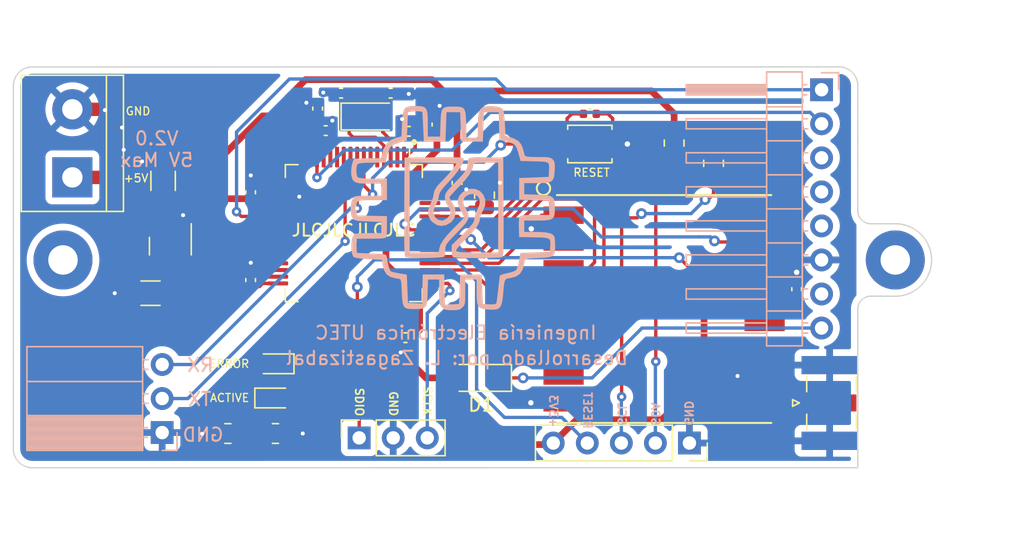
<source format=kicad_pcb>
(kicad_pcb (version 20211014) (generator pcbnew)
  (layers (0 "F.Cu" signal) (31 "B.Cu" power) (34 "B.Paste" user) (35 "F.Paste" user) (36 "B.SilkS" user "B.Silkscreen") (37 "F.SilkS" user "F.Silkscreen") (38 "B.Mask" user) (39 "F.Mask" user) (44 "Edge.Cuts" user))
  (net 0 "")
  (net 1 "+3V3")
  (net 2 "I2C1_SCL")
  (net 3 "GND")
  (net 4 "I2C1_SDA")
  (net 6 "NRST")
  (net 7 "+3.3VA")
  (net 8 "Net-(D1-Pad1)")
  (net 9 "Net-(D2-Pad1)")
  (net 10 "RESET_RFM9X")
  (net 12 "/ANT")
  (net 13 "BATT_IND")
  (net 14 "DIO0_RFM9X")
  (net 17 "V_REF_IN")
  (net 18 "GREEN_LED")
  (net 19 "V_REF_OUT")
  (net 20 "V_GAS")
  (net 21 "RED_LED")
  (net 23 "SWDIO")
  (net 24 "SWCLK")
  (net 28 "+5V")
  (net 33 "SPI3_NSS")
  (net 34 "SPI3_SCK")
  (net 35 "SPI3_MISO")
  (net 36 "SPI3_MOSI")
  (net 37 "LSE_IN")
  (net 38 "LSE_OUT")
  (net 39 "Net-(D3-Pad1)")
  (net 40 "LPUART1_TX")
  (net 41 "LPUART1_RX")
  (net 42 "BOOT0")
  (net 61 "RESET_SHT31")
  (footprint "TerminalBlock:TerminalBlock_bornier-2_P5.08mm" (layer "F.Cu") (at 48.2 92.14 90)
    (fp_text reference "J1" hide)
    (fp_text value "Input")
  )
  (footprint "Resistor_SMD:R_0805_2012Metric" (layer "F.Cu") (at 96.04 91.09 -90)
    (fp_text reference "R4" hide)
    (fp_text value "10k" hide)
  )
  (footprint "Capacitor_SMD:C_0402_1005Metric" (layer "F.Cu") (at 68.25 85.855 180)
    (fp_text reference "C13" hide)
    (fp_text value "13p")
  )
  (footprint "Capacitor_SMD:C_0402_1005Metric" (layer "F.Cu") (at 102.24 100.48 90)
    (fp_text reference "C14" hide)
    (fp_text value "100n")
  )
  (footprint "Diode_SMD:D_SOD-123" (layer "F.Cu") (at 78.71 107.1 180)
    (fp_text reference "D1")
    (fp_text value "Schottky SD103AW")
  )
  (footprint "Package_QFP:LQFP-64_10x10mm_P0.5mm" (layer "F.Cu") (at 69.2 96.3 -90)
    (fp_text reference "U1" hide)
    (fp_text value "STM32L431RCTx" hide)
  )
  (footprint "Capacitor_SMD:C_0402_1005Metric" (layer "F.Cu") (at 66.5 87 90)
    (fp_text reference "C10" hide)
    (fp_text value "1u")
  )
  (footprint "Capacitor_SMD:C_0402_1005Metric" (layer "F.Cu") (at 67.1 88.65)
    (fp_text reference "C11" hide)
    (fp_text value "10n")
  )
  (footprint "Capacitor_SMD:C_1206_3216Metric" (layer "F.Cu") (at 54.97 92.4 90)
    (fp_text reference "C1" hide)
    (fp_text value "4u7")
  )
  (footprint "MountingHole:MountingHole_2.2mm_M2_Pad" (layer "F.Cu") (at 109.6 98.3)
    (fp_text reference "H1" hide)
    (fp_text value "MountingHole" hide)
  )
  (footprint "Capacitor_SMD:C_0402_1005Metric" (layer "F.Cu") (at 76.9 92.55 -90)
    (fp_text reference "C8" hide)
    (fp_text value "100n")
  )
  (footprint "Capacitor_SMD:C_0402_1005Metric" (layer "F.Cu") (at 75.4 88.2 90)
    (fp_text reference "C3" hide)
    (fp_text value "1u")
  )
  (footprint "Capacitor_SMD:C_0402_1005Metric" (layer "F.Cu") (at 61.5 99.8 90)
    (fp_text reference "C6" hide)
    (fp_text value "100n")
  )
  (footprint "Inductor_SMD:L_0402_1005Metric" (layer "F.Cu") (at 64.75 87.55)
    (fp_text reference "L1" hide)
    (fp_text value "39n")
  )
  (footprint "Capacitor_SMD:C_1206_3216Metric" (layer "F.Cu") (at 54.03 100.78 180)
    (fp_text reference "C2" hide)
    (fp_text value "4u7")
  )
  (footprint "Button_Switch_SMD:SW_SPST_B3U-1000P" (layer "F.Cu") (at 86.81 89.65)
    (fp_text reference "SW1" hide)
    (fp_text value "SW_Push")
  )
  (footprint "Resistor_SMD:R_0805_2012Metric" (layer "F.Cu") (at 78.95 93.46 90)
    (fp_text reference "R1" hide)
    (fp_text value "10k")
  )
  (footprint "Resistor_SMD:R_0805_2012Metric" (layer "F.Cu") (at 63.35 111.25)
    (fp_text reference "R2" hide)
    (fp_text value "10k")
  )
  (footprint "Crystal:Q13FC1350000400" (layer "F.Cu") (at 70.05 84.7)
    (fp_text reference "Y1" hide)
    (fp_text value "Q-SC32S03210C5AAAF 32.768kHz")
  )
  (footprint "Resistor_SMD:R_0805_2012Metric" (layer "F.Cu") (at 59.8 111.25 180)
    (fp_text reference "R3" hide)
    (fp_text value "10k")
  )
  (footprint "Resistor_SMD:R_0805_2012Metric" (layer "F.Cu") (at 93.1 89.58 -90)
    (fp_text reference "R5" hide)
    (fp_text value "10k" hide)
  )
  (footprint "Capacitor_SMD:C_0402_1005Metric" (layer "F.Cu") (at 73.3 88.7 180)
    (fp_text reference "C4" hide)
    (fp_text value "100n")
  )
  (footprint "Package_TO_SOT_SMD:SOT-23" (layer "F.Cu") (at 55.51 97.27 -90)
    (fp_text reference "U3" hide)
    (fp_text value "HE9073A33MR")
  )
  (footprint "Connector_PinSocket_2.54mm:PinSocket_1x05_P2.54mm_Vertical" (layer "F.Cu") (at 94.24 111.96 -90)
    (fp_text reference "J4" hide)
    (fp_text value "Conn_01x05_Male")
  )
  (footprint "Capacitor_SMD:C_0402_1005Metric" (layer "F.Cu") (at 86.81 87.4)
    (fp_text reference "C9" hide)
    (fp_text value "100n")
  )
  (footprint "Capacitor_SMD:C_0402_1005Metric" (layer "F.Cu") (at 71.95 85.855)
    (fp_text reference "C12" hide)
    (fp_text value "13p")
  )
  (footprint "Capacitor_SMD:C_0402_1005Metric" (layer "F.Cu") (at 73.05 104.1 180)
    (fp_text reference "C7" hide)
    (fp_text value "100n")
  )
  (footprint "LoRa_RFM9x:RFM9X-SMD" (layer "F.Cu") (at 92.35 101.96)
    (fp_text reference "U2" hide)
    (fp_text value "RFM9X")
  )
  (footprint "Capacitor_SMD:C_0402_1005Metric" (layer "F.Cu") (at 61.5 93.25 90)
    (fp_text reference "C5" hide)
    (fp_text value "100n")
  )
  (footprint "MountingHole:MountingHole_2.2mm_M2_Pad" (layer "F.Cu") (at 47.5 98.3)
    (fp_text reference "H2" hide)
    (fp_text value "MountingHole" hide)
  )
  (footprint "LED_SMD:LED_0603_1608Metric" (layer "F.Cu") (at 63.3 108.6)
    (fp_text reference "D2" hide)
    (fp_text value "Green")
  )
  (footprint "LED_SMD:LED_0603_1608Metric" (layer "F.Cu") (at 63.25 106.05 180)
    (fp_text reference "D3" hide)
    (fp_text value "Red")
  )
  (footprint "Connector_PinSocket_2.54mm:PinSocket_1x03_P2.54mm_Vertical" (layer "F.Cu") (at 69.6 111.575 90)
    (fp_text reference "J2" hide)
    (fp_text value "Conn_01x03")
  )
  (footprint "Connector_Coaxial:SMA_Samtec_SMA-J-P-X-ST-EM1_EdgeMount" (layer "F.Cu") (at 104.7 108.97 90)
    (fp_text reference "J7" hide)
    (fp_text value "SMA")
  )
  (footprint "Symbol:electronica" (layer "B.Cu") (at 76.667211 93.837333 180)
    (fp_text reference "G***" hide)
    (fp_text value "LOGO" hide)
  )
  (footprint "Connector_PinSocket_2.54mm:PinSocket_1x03_P2.54mm_Horizontal" (layer "B.Cu") (at 54.9 111.18)
    (fp_text reference "J5" hide)
    (fp_text value "Conn_01x03_Female")
  )
  (footprint "Connector_PinHeader_2.54mm:PinHeader_1x08_P2.54mm_Horizontal" (layer "B.Cu") (at 104.1 85.6 180)
    (fp_text reference "J3" hide)
    (fp_text value "SPEC Sensor 968-001")
  )
  (gr_line (start 45.2 83.9) (end 105.40332 83.89668) (layer "Edge.Cuts") (width 0.1))
  (gr_arc (start 43.8 85.3) (mid 44.21102 84.31102) (end 45.2 83.9) (layer "Edge.Cuts") (width 0.1))
  (gr_line (start 106.80332 85.29668) (end 106.8 94.622183) (layer "Edge.Cuts") (width 0.1))
  (gr_arc (start 107.7 95.6) (mid 107.05925 95.286661) (end 106.8 94.622183) (layer "Edge.Cuts") (width 0.1))
  (gr_arc (start 105.40332 83.89668) (mid 106.3923 84.3077) (end 106.80332 85.29668) (layer "Edge.Cuts") (width 0.1))
  (gr_arc (start 106.8 101.9) (mid 107.113339 101.25925) (end 107.777817 101) (layer "Edge.Cuts") (width 0.1))
  (gr_arc (start 45.19668 113.80332) (mid 44.209051 113.390949) (end 43.79668 112.40332) (layer "Edge.Cuts") (width 0.1))
  (gr_line (start 43.8 85.3) (end 43.79668 112.40332) (layer "Edge.Cuts") (width 0.1))
  (gr_line (start 45.19668 113.80332) (end 106.8 113.8) (layer "Edge.Cuts") (width 0.1))
  (gr_line (start 107.7 95.6) (end 109.7 95.6) (layer "Edge.Cuts") (width 0.1))
  (gr_line (start 106.8 101.9) (end 106.8 113.8) (layer "Edge.Cuts") (width 0.1))
  (gr_arc (start 109.7 95.6) (mid 112.30416 98.352783) (end 109.6 101.007397) (layer "Edge.Cuts") (width 0.1))
  (gr_line (start 107.777817 101) (end 109.6 101.007397) (layer "Edge.Cuts") (width 0.1))
  (gr_text "SDA" (at 91.7 109.8 270) (layer "B.SilkS") (effects (font (size 0.6 0.6) (thickness 0.125)) (justify mirror)))
  (gr_text "+3V3" (at 84.09 109.58 270) (layer "B.SilkS") (effects (font (size 0.6 0.6) (thickness 0.125)) (justify mirror)))
  (gr_text "RESET" (at 86.64 109.53 270) (layer "B.SilkS") (effects (font (size 0.6 0.6) (thickness 0.125)) (justify mirror)))
  (gr_text "Desarrollado por: L. Zagastizabal" (at 76.89 105.62) (layer "B.SilkS") (effects (font (size 1 1)) (justify mirror)))
  (gr_text "V2.0\n5V Max" (at 54.49 90.04) (layer "B.SilkS") (effects (font (size 1 1)) (justify mirror)))
  (gr_text "GND" (at 94.19 109.73 270) (layer "B.SilkS") (effects (font (size 0.6 0.6) (thickness 0.125)) (justify mirror)))
  (gr_text "TX\n" (at 57.7 108.69) (layer "B.SilkS") (effects (font (size 1 1)) (justify mirror)))
  (gr_text "Ingeniería Electrónica UTEC" (at 76.81 103.73) (layer "B.SilkS") (effects (font (size 1 1)) (justify mirror)))
  (gr_text "RX\n" (at 57.75 106.14) (layer "B.SilkS") (effects (font (size 1 1)) (justify mirror)))
  (gr_text "GND" (at 57.95 111.34) (layer "B.SilkS") (effects (font (size 1 1)) (justify mirror)))
  (gr_text "SCL" (at 89.2 109.8 270) (layer "B.SilkS") (effects (font (size 0.6 0.6) (thickness 0.125)) (justify mirror)))
  (gr_text "+5V" (at 52.95 92.2) (layer "F.SilkS") (effects (font (size 0.6 0.6) (thickness 0.1))))
  (gr_text "." (at 73.7 88.9) (layer "F.SilkS") (effects (font (size 1.5 1.5) (thickness 0.3))))
  (gr_text "GND" (at 53.1 87.2) (layer "F.SilkS") (effects (font (size 0.6 0.6) (thickness 0.1))))
  (gr_text "RESET" (at 86.94 91.78) (layer "F.SilkS") (effects (font (size 0.6 0.6) (thickness 0.1))))
  (gr_text "ERROR" (at 59.9 106.05) (layer "F.SilkS") (effects (font (size 0.6 0.6) (thickness 0.1))))
  (gr_text "JLCJLCJLCJLC\n" (at 69.2 96.08) (layer "F.SilkS") (effects (font (size 0.9 0.9))))
  (gr_text "SCLK" (at 74.68 108.83 270) (layer "F.SilkS") (effects (font (size 0.6 0.6) (thickness 0.125))))
  (gr_text "GND" (at 72.15 109.025 270) (layer "F.SilkS") (effects (font (size 0.6 0.6) (thickness 0.125))))
  (gr_text "ACTIVE" (at 59.93 108.59) (layer "F.SilkS") (effects (font (size 0.6 0.6) (thickness 0.1))))
  (gr_text "SDIO" (at 69.61 108.9 270) (layer "F.SilkS") (effects (font (size 0.6 0.6) (thickness 0.125))))
  (segment (start 73.53 104.1) (end 74.11 103.52) (width 0.5) (layer "F.Cu") (net 1))
  (segment (start 76.9 88) (end 76.22 88.68) (width 0.5) (layer "F.Cu") (net 1))
  (segment (start 93.1 87.39) (end 93.1 88.6675) (width 0.5) (layer "F.Cu") (net 1))
  (segment (start 75.03 84.85) (end 72.9 84.85) (width 0.5) (layer "F.Cu") (net 1))
  (segment (start 75.4 88.68) (end 73.8 88.68) (width 0.5) (layer "F.Cu") (net 1))
  (segment (start 61.5 100.28) (end 57.76 100.28) (width 0.5) (layer "F.Cu") (net 1))
  (segment (start 63.525 100.05) (end 62.4 100.05) (width 0.25) (layer "F.Cu") (net 1))
  (segment (start 72.95 103.13) (end 73.53 103.71) (width 0.25) (layer "F.Cu") (net 1))
  (segment (start 75.4 90.12) (end 75.4 88.68) (width 0.5) (layer "F.Cu") (net 1))
  (segment (start 95.33 107.06) (end 92.17 110.22) (width 0.5) (layer "F.Cu") (net 1))
  (segment (start 58.23 99.81) (end 57.26 100.78) (width 0.5) (layer "F.Cu") (net 1))
  (segment (start 74.11 101.11) (end 71.6 98.6) (width 0.5) (layer "F.Cu") (net 1))
  (segment (start 74.875 92.55) (end 75.74 92.55) (width 0.25) (layer "F.Cu") (net 1))
  (segment (start 71.6 98.6) (end 71.6 93.92) (width 0.5) (layer "F.Cu") (net 1))
  (segment (start 62.17 100.28) (end 61.5 100.28) (width 0.25) (layer "F.Cu") (net 1))
  (segment (start 85.82 110.22) (end 84.08 111.96) (width 0.5) (layer "F.Cu") (net 1))
  (segment (start 75.74 92.55) (end 76.22 92.07) (width 0.25) (layer "F.Cu") (net 1))
  (segment (start 58.23 95.36) (end 58.23 99.81) (width 0.5) (layer "F.Cu") (net 1))
  (segment (start 62.4 100.05) (end 62.17 100.28) (width 0.25) (layer "F.Cu") (net 1))
  (segment (start 59.17 93.73) (end 58.23 94.67) (width 0.5) (layer "F.Cu") (net 1))
  (segment (start 76.9 88) (end 76.9 86.72) (width 0.5) (layer "F.Cu") (net 1))
  (segment (start 95.3675 90.1775) (end 96.04 90.1775) (width 0.5) (layer "F.Cu") (net 1))
  (segment (start 72.95 90.625) (end 73.075 90.625) (width 0.25) (layer "F.Cu") (net 1))
  (segment (start 76.9 86.72) (end 75.03 84.85) (width 0.5) (layer "F.Cu") (net 1))
  (segment (start 57.76 100.28) (end 57.26 100.78) (width 0.5) (layer "F.Cu") (net 1))
  (segment (start 74.58 107.1) (end 74.59 107.09) (width 0.5) (layer "F.Cu") (net 1))
  (segment (start 57.26 100.78) (end 55.505 100.78) (width 0.5) (layer "F.Cu") (net 1))
  (segment (start 58.23 94.67) (end 58.23 95.36) (width 0.25) (layer "F.Cu") (net 1))
  (segment (start 61.5 93.73) (end 59.17 93.73) (width 0.5) (layer "F.Cu") (net 1))
  (segment (start 73.78 89.92) (end 73.78 88.7) (width 0.25) (layer "F.Cu") (net 1))
  (segment (start 62.17 93.73) (end 61.5 93.73) (width 0.25) (layer "F.Cu") (net 1))
  (segment (start 73.53 104.1) (end 73.53 106.05) (width 0.5) (layer "F.Cu") (net 1))
  (segment (start 99.35 100.96) (end 96.01 100.96) (width 0.5) (layer "F.Cu") (net 1))
  (segment (start 72.9 84.85) (end 65.6 84.85) (width 0.5) (layer "F.Cu") (net 1))
  (segment (start 55.505 100.78) (end 55.505 98.2125) (width 0.5) (layer "F.Cu") (net 1))
  (segment (start 76.9 86.72) (end 77.93 85.69) (width 0.5) (layer "F.Cu") (net 1))
  (segment (start 80.035 112.075) (end 77.06 109.1) (width 0.5) (layer "F.Cu") (net 1))
  (segment (start 96.01 100.96) (end 95.33 101.64) (width 0.5) (layer "F.Cu") (net 1))
  (segment (start 74.59 107.09) (end 74.6 107.1) (width 0.5) (layer "F.Cu") (net 1))
  (segment (start 76.22 88.68) (end 75.4 88.68) (width 0.5) (layer "F.Cu") (net 1))
  (segment (start 63.525 93.55) (end 62.35 93.55) (width 0.25) (layer "F.Cu") (net 1))
  (segment (start 84.1 112.075) (end 80.035 112.075) (width 0.5) (layer "F.Cu") (net 1))
  (segment (start 77.06 109.1) (end 77.06 107.1) (width 0.5) (layer "F.Cu") (net 1))
  (segment (start 99.35 100.96) (end 102.24 100.96) (width 0.5) (layer "F.Cu") (net 1))
  (segment (start 73.53 106.05) (end 74.58 107.1) (width 0.5) (layer "F.Cu") (net 1))
  (segment (start 76.22 92.07) (end 76.9 92.07) (width 0.25) (layer "F.Cu") (net 1))
  (segment (start 73.53 103.71) (end 73.53 104.1) (width 0.25) (layer "F.Cu") (net 1))
  (segment (start 93.1 88.6675) (end 93.8575 88.6675) (width 0.5) (layer "F.Cu") (net 1))
  (segment (start 74.11 103.52) (end 74.11 101.11) (width 0.5) (layer "F.Cu") (net 1))
  (segment (start 64.265 87.55) (end 62.4 87.55) (width 0.5) (layer "F.Cu") (net 1))
  (segment (start 73.8 88.68) (end 73.78 88.7) (width 0.5) (layer "F.Cu") (net 1))
  (segment (start 64.265 86.185) (end 64.265 87.55) (width 0.5) (layer "F.Cu") (net 1))
  (segment (start 74.6 107.1) (end 77.06 107.1) (width 0.5) (layer "F.Cu") (net 1))
  (segment (start 65.6 84.85) (end 64.265 86.185) (width 0.5) (layer "F.Cu") (net 1))
  (segment (start 93.8575 88.6675) (end 95.3675 90.1775) (width 0.5) (layer "F.Cu") (net 1))
  (segment (start 72.95 101.975) (end 72.95 103.13) (width 0.25) (layer "F.Cu") (net 1))
  (segment (start 92.17 110.22) (end 85.82 110.22) (width 0.5) (layer "F.Cu") (net 1))
  (segment (start 58.23 91.72) (end 58.23 95.36) (width 0.5) (layer "F.Cu") (net 1))
  (segment (start 73.075 90.625) (end 73.78 89.92) (width 0.25) (layer "F.Cu") (net 1))
  (segment (start 76.9 92.07) (end 76.9 90.41) (width 0.5) (layer "F.Cu") (net 1))
  (segment (start 62.35 93.55) (end 62.17 93.73) (width 0.25) (layer "F.Cu") (net 1))
  (segment (start 76.9 90.41) (end 76.9 88) (width 0.5) (layer "F.Cu") (net 1))
  (segment (start 55.505 98.2125) (end 55.51 98.2075) (width 0.5) (layer "F.Cu") (net 1))
  (segment (start 62.4 87.55) (end 58.23 91.72) (width 0.5) (layer "F.Cu") (net 1))
  (segment (start 77.93 85.69) (end 91.4 85.69) (width 0.5) (layer "F.Cu") (net 1))
  (segment (start 71.6 93.92) (end 75.4 90.12) (width 0.5) (layer "F.Cu") (net 1))
  (segment (start 95.33 101.64) (end 95.33 107.06) (width 0.5) (layer "F.Cu") (net 1))
  (segment (start 91.4 85.69) (end 93.1 87.39) (width 0.5) (layer "F.Cu") (net 1))
  (segment (start 79.78 95.8) (end 82.98 92.6) (width 0.25) (layer "F.Cu") (net 2))
  (segment (start 90.34 95.16) (end 90.66 94.84) (width 0.25) (layer "F.Cu") (net 2))
  (segment (start 95.41 93.8) (end 95.62 93.8) (width 0.25) (layer "F.Cu") (net 2))
  (segment (start 89.18 95.16) (end 89.18 108.51) (width 0.25) (layer "F.Cu") (net 2))
  (segment (start 89.18 93.39) (end 89.18 95.16) (width 0.25) (layer "F.Cu") (net 2))
  (segment (start 82.98 92.6) (end 88.39 92.6) (width 0.25) (layer "F.Cu") (net 2))
  (segment (start 88.39 92.6) (end 88.5 92.71) (width 0.25) (layer "F.Cu") (net 2))
  (segment (start 88.5 92.71) (end 89.18 93.39) (width 0.25) (layer "F.Cu") (net 2))
  (segment (start 76.98 95.8) (end 79.78 95.8) (width 0.25) (layer "F.Cu") (net 2))
  (segment (start 89.18 95.16) (end 90.34 95.16) (width 0.25) (layer "F.Cu") (net 2))
  (segment (start 74.875 95.55) (end 76.73 95.55) (width 0.25) (layer "F.Cu") (net 2))
  (segment (start 96.04 93.38) (end 96.04 92.0025) (width 0.25) (layer "F.Cu") (net 2))
  (segment (start 95.62 93.8) (end 96.04 93.38) (width 0.25) (layer "F.Cu") (net 2))
  (segment (start 76.73 95.55) (end 76.98 95.8) (width 0.25) (layer "F.Cu") (net 2))
  (via (at 89.18 108.51) (size 0.7) (drill 0.3) (layers "F.Cu" "B.Cu") (net 2))
  (via (at 90.66 94.84) (size 0.8) (drill 0.4) (layers "F.Cu" "B.Cu") (net 2))
  (via (at 95.41 93.8) (size 0.8) (drill 0.4) (layers "F.Cu" "B.Cu") (net 2))
  (segment (start 94.37 94.84) (end 95.41 93.8) (width 0.25) (layer "B.Cu") (net 2))
  (segment (start 89.16 108.53) (end 89.18 108.51) (width 0.25) (layer "B.Cu") (net 2))
  (segment (start 90.66 94.84) (end 94.37 94.84) (width 0.25) (layer "B.Cu") (net 2))
  (segment (start 89.16 111.96) (end 89.16 108.53) (width 0.25) (layer "B.Cu") (net 2))
  (segment (start 97.83 106.96) (end 99.35 106.96) (width 0.25) (layer "F.Cu") (net 3))
  (segment (start 77.59 93.03) (end 76.9 93.03) (width 0.25) (layer "F.Cu") (net 3))
  (segment (start 67.45 89.4) (end 67.58 89.27) (width 0.25) (layer "F.Cu") (net 3))
  (segment (start 72.57 105.07) (end 72.7 105.2) (width 0.25) (layer "F.Cu") (net 3))
  (segment (start 78.9575 92.54) (end 78.95 92.5475) (width 0.25) (layer "F.Cu") (net 3))
  (segment (start 64.6 93.05) (end 65.15 93.6) (width 0.25) (layer "F.Cu") (net 3))
  (segment (start 82.41 108.96) (end 85.35 108.96) (width 0.25) (layer "F.Cu") (net 3))
  (segment (start 62.35 99.55) (end 62.12 99.32) (width 0.25) (layer "F.Cu") (net 3))
  (segment (start 72.43 85.855) (end 73.255 85.855) (width 0.25) (layer "F.Cu") (net 3))
  (segment (start 72.45 103.265704) (end 72.57 103.385704) (width 0.25) (layer "F.Cu") (net 3))
  (segment (start 66.955 85.855) (end 66.9 85.8) (width 0.25) (layer "F.Cu") (net 3))
  (segment (start 80.1 92.54) (end 78.9575 92.54) (width 0.25) (layer "F.Cu") (net 3))
  (segment (start 50.66 87.06) (end 51.95 88.35) (width 1) (layer "F.Cu") (net 3))
  (segment (start 65.68 86.52) (end 65.65 86.55) (width 0.25) (layer "F.Cu") (net 3))
  (segment (start 62.4 93.05) (end 62.12 92.77) (width 0.25) (layer "F.Cu") (net 3))
  (segment (start 51.36 100.78) (end 52.555 100.78) (width 0.25) (layer "F.Cu") (net 3))
  (segment (start 88.51 87.75) (end 88.51 89.65) (width 0.25) (layer "F.Cu") (net 3))
  (segment (start 48.2 87.06) (end 50.66 87.06) (width 1) (layer "F.Cu") (net 3))
  (segment (start 102.24 99.22) (end 102.24 100) (width 0.25) (layer "F.Cu") (net 3))
  (segment (start 75.4 87.72) (end 75.4 87) (width 0.25) (layer "F.Cu") (net 3))
  (segment (start 63.525 93.05) (end 62.4 93.05) (width 0.25) (layer "F.Cu") (net 3))
  (segment (start 74.875 93.05) (end 76.88 93.05) (width 0.25) (layer "F.Cu") (net 3))
  (segment (start 51.95 88.35) (end 51.95 90.05) (width 1) (layer "F.Cu") (net 3))
  (segment (start 62.12 99.32) (end 61.5 99.32) (width 0.25) (layer "F.Cu") (net 3))
  (segment (start 67.58 87.92) (end 67.6 87.9) (width 0.25) (layer "F.Cu") (net 3))
  (segment (start 82.44 95.74) (end 83.22 94.96) (width 0.25) (layer "F.Cu") (net 3))
  (segment (start 72.82 87.82) (end 72.8 87.8) (width 0.25) (layer "F.Cu") (net 3))
  (segment (start 72.57 103.385704) (end 72.57 104.1) (width 0.25) (layer "F.Cu") (net 3))
  (segment (start 67.58 88.65) (end 67.58 87.92) (width 0.25) (layer "F.Cu") (net 3))
  (segment (start 67.45 90.625) (end 67.45 89.4) (width 0.25) (layer "F.Cu") (net 3))
  (segment (start 51.95 90.05) (end 52.595 90.695) (width 1) (layer "F.Cu") (net 3))
  (segment (start 67.58 89.27) (end 67.58 88.65) (width 0.25) (layer "F.Cu") (net 3))
  (segment (start 88.16 87.4) (end 88.51 87.75) (width 0.25) (layer "F.Cu") (net 3))
  (segment (start 66.5 86.52) (end 65.68 86.52) (width 0.25) (layer "F.Cu") (net 3))
  (segment (start 87.29 87.4) (end 88.16 87.4) (width 0.25) (layer "F.Cu") (net 3))
  (segment (start 64.175 111.25) (end 65.35 111.25) (width 0.25) (layer "F.Cu") (net 3))
  (segment (start 63.525 99.55) (end 62.35 99.55) (width 0.25) (layer "F.Cu") (net 3))
  (segment (start 83.22 94.96) (end 85.35 94.96) (width 0.25) (layer "F.Cu") (net 3))
  (segment (start 52.595 90.695) (end 52.825 90.925) (width 1) (layer "F.Cu") (net 3))
  (segment (start 72.57 104.1) (end 72.57 105.07) (width 0.25) (layer "F.Cu") (net 3))
  (segment (start 72.82 88.7) (end 72.82 87.82) (width 0.25) (layer "F.Cu") (net 3))
  (segment (start 73.255 85.855) (end 73.3 85.9) (width 0.25) (layer "F.Cu") (net 3))
  (segment (start 58.975 111.25) (end 57.85 111.25) (width 0.25) (layer "F.Cu") (net 3))
  (segment (start 52.825 90.925) (end 55.3 90.925) (width 1) (layer "F.Cu") (net 3))
  (segment (start 82.44 95.98) (end 82.44 95.74) (width 0.25) (layer "F.Cu") (net 3))
  (segment (start 88.51 89.65) (end 89.61 89.65) (width 0.25) (layer "F.Cu") (net 3))
  (segment (start 67.77 85.855) (end 66.955 85.855) (width 0.25) (layer "F.Cu") (net 3))
  (segment (start 62.12 92.77) (end 61.5 92.77) (width 0.25) (layer "F.Cu") (net 3))
  (segment (start 75.4 87) (end 75.6 86.8) (width 0.25) (layer "F.Cu") (net 3))
  (segment (start 72.45 101.975) (end 72.45 103.265704) (width 0.25) (layer "F.Cu") (net 3))
  (segment (start 56.46 96.3325) (end 56.46 94.96) (width 0.25) (layer "F.Cu") (net 3))
  (segment (start 61.5 92.77) (end 61.5 92) (width 0.25) (layer "F.Cu") (net 3))
  (segment (start 63.525 93.05) (end 64.6 93.05) (width 0.25) (layer "F.Cu") (net 3))
  (segment (start 61.5 99.32) (end 61.5 98.5) (width 0.25) (layer "F.Cu") (net 3))
  (via (at 89.61 89.65) (size 0.9) (drill 0.4) (layers "F.Cu" "B.Cu") (net 3))
  (via (at 61.51 98.51) (size 0.7) (drill 0.3) (layers "F.Cu" "B.Cu") (net 3))
  (via (at 66.92 85.81) (size 0.7) (drill 0.3) (layers "F.Cu" "B.Cu") (net 3))
  (via (at 73.3 85.91) (size 0.7) (drill 0.3) (layers "F.Cu" "B.Cu") (net 3))
  (via (at 82.44 95.98) (size 0.9) (drill 0.4) (layers "F.Cu" "B.Cu") (net 3))
  (via (at 80.1 92.54) (size 0.7) (drill 0.3) (layers "F.Cu" "B.Cu") (net 3))
  (via (at 53.4 90.95) (size 0.7) (drill 0.3) (layers "F.Cu" "B.Cu") (net 3))
  (via (at 57.88 111.27) (size 0.7) (drill 0.3) (layers "F.Cu" "B.Cu") (net 3))
  (via (at 67.6 87.9) (size 0.7) (drill 0.3) (layers "F.Cu" "B.Cu") (net 3))
  (via (at 56.46 94.96) (size 0.7) (drill 0.3) (layers "F.Cu" "B.Cu") (net 3))
  (via (at 82.41 108.96) (size 0.9) (drill 0.4) (layers "F.Cu" "B.Cu") (net 3))
  (via (at 65.66 86.57) (size 0.7) (drill 0.3) (layers "F.Cu" "B.Cu") (net 3))
  (via (at 77.59 93.03) (size 0.7) (drill 0.3) (layers "F.Cu" "B.Cu") (net 3))
  (via (at 75.6 86.8) (size 0.7) (drill 0.3) (layers "F.Cu" "B.Cu") (net 3))
  (via (at 72.7 105.2) (size 0.7) (drill 0.3) (layers "F.Cu" "B.Cu") (net 3))
  (via (at 52.03 90.08) (size 0.7) (drill 0.3) (layers "F.Cu" "B.Cu") (net 3))
  (via (at 51.36 100.78) (size 0.7) (drill 0.3) (layers "F.Cu" "B.Cu") (net 3))
  (via (at 72.8 87.79) (size 0.7) (drill 0.3) (layers "F.Cu" "B.Cu") (net 3))
  (via (at 102.24 99.22) (size 0.9) (drill 0.4) (layers "F.Cu" "B.Cu") (net 3))
  (via (at 65.13 93.58) (size 0.7) (drill 0.3) (layers "F.Cu" "B.Cu") (net 3))
  (via (at 50.63 87.12) (size 0.7) (drill 0.3) (layers "F.Cu" "B.Cu") (net 3))
  (via (at 61.51 91.99) (size 0.7) (drill 0.3) (layers "F.Cu" "B.Cu") (net 3))
  (via (at 65.39 111.25) (size 0.7) (drill 0.3) (layers "F.Cu" "B.Cu") (net 3))
  (via (at 97.83 106.96) (size 0.7) (drill 0.3) (layers "F.Cu" "B.Cu") (net 3))
  (via (at 51.9 88.42) (size 0.7) (drill 0.3) (layers "F.Cu" "B.Cu") (net 3))
  (segment (start 77.24 95.35) (end 79.59 95.35) (width 0.25) (layer "F.Cu") (net 4))
  (segment (start 93.1 91.24) (end 93.1 90.4925) (width 0.25) (layer "F.Cu") (net 4))
  (segment (start 76.94 95.05) (end 77.24 95.35) (width 0.25) (layer "F.Cu") (net 4))
  (segment (start 82.81 92.13) (end 90.8 92.13) (width 0.25) (layer "F.Cu") (net 4))
  (segment (start 90.8 92.13) (end 92.21 92.13) (width 0.25) (layer "F.Cu") (net 4))
  (segment (start 91.73 93.06) (end 91.73 105.88) (width 0.25) (layer "F.Cu") (net 4))
  (segment (start 90.8 92.13) (end 91.73 93.06) (width 0.25) (layer "F.Cu") (net 4))
  (segment (start 74.875 95.05) (end 76.94 95.05) (width 0.25) (layer "F.Cu") (net 4))
  (segment (start 92.21 92.13) (end 93.1 91.24) (width 0.25) (layer "F.Cu") (net 4))
  (segment (start 79.59 95.35) (end 82.81 92.13) (width 0.25) (layer "F.Cu") (net 4))
  (via (at 91.73 105.88) (size 0.7) (drill 0.3) (layers "F.Cu" "B.Cu") (net 4))
  (segment (start 91.7 105.91) (end 91.73 105.88) (width 0.25) (layer "B.Cu") (net 4))
  (segment (start 91.7 111.96) (end 91.7 105.91) (width 0.25) (layer "B.Cu") (net 4))
  (segment (start 85.46 87.4) (end 85.11 87.75) (width 0.25) (layer "F.Cu") (net 6))
  (segment (start 80.16 89.74) (end 80.25 89.65) (width 0.25) (layer "F.Cu") (net 6))
  (segment (start 69.95 90.625) (end 69.95 92.75) (width 0.25) (layer "F.Cu") (net 6))
  (segment (start 86.33 87.4) (end 85.46 87.4) (width 0.25) (layer "F.Cu") (net 6))
  (segment (start 80.25 89.65) (end 85.11 89.65) (width 0.25) (layer "F.Cu") (net 6))
  (segment (start 85.11 87.75) (end 85.11 89.65) (width 0.25) (layer "F.Cu") (net 6))
  (segment (start 69.95 92.75) (end 70.6 93.4) (width 0.25) (layer "F.Cu") (net 6))
  (via (at 70.6 93.4) (size 0.7) (drill 0.3) (layers "F.Cu" "B.Cu") (net 6))
  (via (at 80.16 89.74) (size 0.8) (drill 0.4) (layers "F.Cu" "B.Cu") (net 6))
  (segment (start 78.9 91) (end 80.16 89.74) (width 0.25) (layer "B.Cu") (net 6))
  (segment (start 70.6 93.4) (end 70.6 92.2) (width 0.25) (layer "B.Cu") (net 6))
  (segment (start 71.65 91.15) (end 71.8 91) (width 0.25) (layer "B.Cu") (net 6))
  (segment (start 71.8 91) (end 76.6 91) (width 0.25) (layer "B.Cu") (net 6))
  (segment (start 76.6 91) (end 78.9 91) (width 0.25) (layer "B.Cu") (net 6))
  (segment (start 70.6 92.2) (end 71.65 91.15) (width 0.25) (layer "B.Cu") (net 6))
  (segment (start 66.5 88) (end 66.5 87.48) (width 0.25) (layer "F.Cu") (net 7))
  (segment (start 65.92 87.48) (end 65.85 87.55) (width 0.25) (layer "F.Cu") (net 7))
  (segment (start 66.62 88.12) (end 66.5 88) (width 0.25) (layer "F.Cu") (net 7))
  (segment (start 66.95 90.625) (end 66.95 89.6) (width 0.25) (layer "F.Cu") (net 7))
  (segment (start 65.85 87.55) (end 65.235 87.55) (width 0.25) (layer "F.Cu") (net 7))
  (segment (start 66.95 89.6) (end 66.62 89.27) (width 0.25) (layer "F.Cu") (net 7))
  (segment (start 66.62 88.65) (end 66.62 88.12) (width 0.25) (layer "F.Cu") (net 7))
  (segment (start 66.5 87.48) (end 65.92 87.48) (width 0.25) (layer "F.Cu") (net 7))
  (segment (start 66.62 89.27) (end 66.62 88.65) (width 0.25) (layer "F.Cu") (net 7))
  (segment (start 80.36 107.1) (end 81.83 107.1) (width 0.25) (layer "F.Cu") (net 8))
  (via (at 81.83 107.1) (size 0.8) (drill 0.4) (layers "F.Cu" "B.Cu") (net 8))
  (segment (start 90.7 103.38) (end 104.1 103.38) (width 0.25) (layer "B.Cu") (net 8))
  (segment (start 81.83 107.1) (end 86.98 107.1) (width 0.25) (layer "B.Cu") (net 8))
  (segment (start 86.98 107.1) (end 90.7 103.38) (width 0.25) (layer "B.Cu") (net 8))
  (segment (start 62.5125 109.3475) (end 62.5125 108.6) (width 0.25) (layer "F.Cu") (net 9))
  (segment (start 62.4375 109.4225) (end 62.5125 109.3475) (width 0.25) (layer "F.Cu") (net 9))
  (segment (start 62.4375 111.25) (end 62.4375 109.4225) (width 0.25) (layer "F.Cu") (net 9))
  (segment (start 78.45 99.55) (end 80.5 101.6) (width 0.25) (layer "F.Cu") (net 10))
  (segment (start 80.5 101.6) (end 80.5 104.21) (width 0.25) (layer "F.Cu") (net 10))
  (segment (start 74.875 99.55) (end 78.45 99.55) (width 0.25) (layer "F.Cu") (net 10))
  (segment (start 81.25 104.96) (end 85.35 104.96) (width 0.25) (layer "F.Cu") (net 10))
  (segment (start 80.5 104.21) (end 81.25 104.96) (width 0.25) (layer "F.Cu") (net 10))
  (segment (start 99.35 108.96) (end 99.36 108.97) (width 0.25) (layer "F.Cu") (net 12))
  (segment (start 99.36 108.97) (end 104.9 108.97) (width 1.2) (layer "F.Cu") (net 12))
  (segment (start 73.43 96.05) (end 73 95.62) (width 0.25) (layer "F.Cu") (net 13))
  (segment (start 74.875 96.05) (end 73.43 96.05) (width 0.25) (layer "F.Cu") (net 13))
  (segment (start 96.19 96.96) (end 99.35 96.96) (width 0.25) (layer "F.Cu") (net 13))
  (segment (start 96.11 96.88) (end 96.19 96.96) (width 0.25) (layer "F.Cu") (net 13))
  (via (at 96.11 96.88) (size 0.8) (drill 0.4) (layers "F.Cu" "B.Cu") (net 13))
  (via (at 73 95.62) (size 0.8) (drill 0.4) (layers "F.Cu" "B.Cu") (net 13))
  (segment (start 87.66 96.58) (end 94.94 96.58) (width 0.25) (layer "B.Cu") (net 13))
  (segment (start 85.57 94.49) (end 87.25 96.17) (width 0.25) (layer "B.Cu") (net 13))
  (segment (start 95.81 96.58) (end 96.11 96.88) (width 0.25) (layer "B.Cu") (net 13))
  (segment (start 83.84 94.49) (end 85.57 94.49) (width 0.25) (layer "B.Cu") (net 13))
  (segment (start 87.25 96.17) (end 87.66 96.58) (width 0.25) (layer "B.Cu") (net 13))
  (segment (start 73 95.62) (end 74.13 94.49) (width 0.25) (layer "B.Cu") (net 13))
  (segment (start 94.94 96.58) (end 95.81 96.58) (width 0.25) (layer "B.Cu") (net 13))
  (segment (start 74.13 94.49) (end 83.84 94.49) (width 0.25) (layer "B.Cu") (net 13))
  (segment (start 94.31 98.96) (end 93.48 98.13) (width 0.25) (layer "F.Cu") (net 14))
  (segment (start 77.92 96.77) (end 77.7 96.55) (width 0.25) (layer "F.Cu") (net 14))
  (segment (start 99.35 98.96) (end 94.31 98.96) (width 0.25) (layer "F.Cu") (net 14))
  (segment (start 77.7 96.55) (end 74.875 96.55) (width 0.25) (layer "F.Cu") (net 14))
  (via (at 77.92 96.77) (size 0.8) (drill 0.4) (layers "F.Cu" "B.Cu") (net 14))
  (via (at 93.48 98.13) (size 0.8) (drill 0.4) (layers "F.Cu" "B.Cu") (net 14))
  (segment (start 79.28 98.13) (end 77.92 96.77) (width 0.25) (layer "B.Cu") (net 14))
  (segment (start 93.48 98.13) (end 79.28 98.13) (width 0.25) (layer "B.Cu") (net 14))
  (segment (start 66.45 92.15) (end 66.45 90.625) (width 0.25) (layer "F.Cu") (net 17))
  (via (at 66.45 92.15) (size 0.7) (drill 0.3) (layers "F.Cu" "B.Cu") (net 17))
  (segment (start 68.5 90.1) (end 66.45 92.15) (width 0.25) (layer "B.Cu") (net 17))
  (segment (start 104.1 88.14) (end 103.25 87.29) (width 0.25) (layer "B.Cu") (net 17))
  (segment (start 79.36 87.29) (end 76.55 90.1) (width 0.25) (layer "B.Cu") (net 17))
  (segment (start 103.25 87.29) (end 79.36 87.29) (width 0.25) (layer "B.Cu") (net 17))
  (segment (start 76.55 90.1) (end 68.5 90.1) (width 0.25) (layer "B.Cu") (net 17))
  (segment (start 67.95 101.975) (end 67.95 106.05) (width 0.25) (layer "F.Cu") (net 18))
  (segment (start 64.8 107.3) (end 64.0875 108.0125) (width 0.25) (layer "F.Cu") (net 18))
  (segment (start 67.95 106.05) (end 66.7 107.3) (width 0.25) (layer "F.Cu") (net 18))
  (segment (start 64.0875 108.0125) (end 64.0875 108.6) (width 0.25) (layer "F.Cu") (net 18))
  (segment (start 66.7 107.3) (end 64.8 107.3) (width 0.25) (layer "F.Cu") (net 18))
  (segment (start 65.95 93.15) (end 65.95 95.2) (width 0.25) (layer "F.Cu") (net 19))
  (segment (start 65.35 92.55) (end 65.95 93.15) (width 0.25) (layer "F.Cu") (net 19))
  (segment (start 65.6 95.55) (end 63.525 95.55) (width 0.25) (layer "F.Cu") (net 19))
  (segment (start 65.95 95.2) (end 65.6 95.55) (width 0.25) (layer "F.Cu") (net 19))
  (segment (start 63.525 92.55) (end 65.35 92.55) (width 0.25) (layer "F.Cu") (net 19))
  (segment (start 60.8 95.05) (end 63.525 95.05) (width 0.25) (layer "F.Cu") (net 20))
  (segment (start 60.45 94.7) (end 60.8 95.05) (width 0.25) (layer "F.Cu") (net 20))
  (via (at 60.45 94.7) (size 0.7) (drill 0.3) (layers "F.Cu" "B.Cu") (net 20))
  (segment (start 60.45 94.7) (end 60.45 88.75) (width 0.25) (layer "B.Cu") (net 20))
  (segment (start 64.4 84.8) (end 60.45 88.75) (width 0.25) (layer "B.Cu") (net 20))
  (segment (start 80.6 85.6) (end 79.8 84.8) (width 0.25) (layer "B.Cu") (net 20))
  (segment (start 79.8 84.8) (end 64.4 84.8) (width 0.25) (layer "B.Cu") (net 20))
  (segment (start 104.1 85.6) (end 80.6 85.6) (width 0.25) (layer "B.Cu") (net 20))
  (segment (start 62.4625 104.3375) (end 62.4625 106.05) (width 0.25) (layer "F.Cu") (net 21))
  (segment (start 67.45 103.4) (end 66.95 103.9) (width 0.25) (layer "F.Cu") (net 21))
  (segment (start 62.9 103.9) (end 62.4625 104.3375) (width 0.25) (layer "F.Cu") (net 21))
  (segment (start 67.45 101.975) (end 67.45 103.4) (width 0.25) (layer "F.Cu") (net 21))
  (segment (start 66.95 103.9) (end 62.9 103.9) (width 0.25) (layer "F.Cu") (net 21))
  (segment (start 69.6 107.7) (end 69.6 111.575) (width 0.25) (layer "F.Cu") (net 23))
  (segment (start 71.95 105.35) (end 69.6 107.7) (width 0.25) (layer "F.Cu") (net 23))
  (segment (start 71.95 101.975) (end 71.95 105.35) (width 0.25) (layer "F.Cu") (net 23))
  (segment (start 76.22 100.05) (end 74.875 100.05) (width 0.25) (layer "F.Cu") (net 24))
  (segment (start 76.37 100.2) (end 76.22 100.05) (width 0.25) (layer "F.Cu") (net 24))
  (segment (start 76.37 100.59) (end 76.37 100.2) (width 0.25) (layer "F.Cu") (net 24))
  (via (at 76.37 100.59) (size 0.7) (drill 0.3) (layers "F.Cu" "B.Cu") (net 24))
  (segment (start 74.68 111.575) (end 74.68 102.28) (width 0.25) (layer "B.Cu") (net 24))
  (segment (start 74.68 102.28) (end 76.37 100.59) (width 0.25) (layer "B.Cu") (net 24))
  (segment (start 50.44 92.14) (end 52.175 93.875) (width 1) (layer "F.Cu") (net 28))
  (segment (start 54.97 94.59) (end 54.56 95) (width 1) (layer "F.Cu") (net 28))
  (segment (start 54.56 95) (end 54.56 96.3325) (width 1) (layer "F.Cu") (net 28))
  (segment (start 54.97 93.875) (end 54.97 94.59) (width 1) (layer "F.Cu") (net 28))
  (segment (start 52.175 93.875) (end 54.97 93.875) (width 1) (layer "F.Cu") (net 28))
  (segment (start 48.2 92.14) (end 50.44 92.14) (width 1) (layer "F.Cu") (net 28))
  (segment (start 74.875 97.55) (end 78.7 97.55) (width 0.25) (layer "F.Cu") (net 33))
  (segment (start 78.7 97.55) (end 83.03 93.22) (width 0.25) (layer "F.Cu") (net 33))
  (segment (start 87.86 102.51) (end 87.41 102.96) (width 0.25) (layer "F.Cu") (net 33))
  (segment (start 87.86 93.93) (end 87.86 102.51) (width 0.25) (layer "F.Cu") (net 33))
  (segment (start 87.41 102.96) (end 85.35 102.96) (width 0.25) (layer "F.Cu") (net 33))
  (segment (start 83.03 93.22) (end 87.15 93.22) (width 0.25) (layer "F.Cu") (net 33))
  (segment (start 87.15 93.22) (end 87.86 93.93) (width 0.25) (layer "F.Cu") (net 33))
  (segment (start 79.61 99.05) (end 81.52 100.96) (width 0.25) (layer "F.Cu") (net 34))
  (segment (start 81.52 100.96) (end 85.35 100.96) (width 0.25) (layer "F.Cu") (net 34))
  (segment (start 74.875 99.05) (end 79.61 99.05) (width 0.25) (layer "F.Cu") (net 34))
  (segment (start 81.62 96.96) (end 85.35 96.96) (width 0.25) (layer "F.Cu") (net 35))
  (segment (start 74.875 98.55) (end 80.03 98.55) (width 0.25) (layer "F.Cu") (net 35))
  (segment (start 80.03 98.55) (end 81.62 96.96) (width 0.25) (layer "F.Cu") (net 35))
  (segment (start 86.68 98.96) (end 85.35 98.96) (width 0.25) (layer "F.Cu") (net 36))
  (segment (start 74.875 98.05) (end 78.95 98.05) (width 0.25) (layer "F.Cu") (net 36))
  (segment (start 78.95 98.05) (end 83.24 93.76) (width 0.25) (layer "F.Cu") (net 36))
  (segment (start 83.24 93.76) (end 86.52 93.76) (width 0.25) (layer "F.Cu") (net 36))
  (segment (start 87.16 94.4) (end 87.16 98.48) (width 0.25) (layer "F.Cu") (net 36))
  (segment (start 87.16 98.48) (end 86.68 98.96) (width 0.25) (layer "F.Cu") (net 36))
  (segment (start 86.52 93.76) (end 87.16 94.4) (width 0.25) (layer "F.Cu") (net 36))
  (segment (start 71.95 89.35) (end 71.35 88.75) (width 0.25) (layer "F.Cu") (net 37))
  (segment (start 71.35 88.75) (end 71.35 87.6) (width 0.25) (layer "F.Cu") (net 37))
  (segment (start 71.95 90.625) (end 71.95 89.35) (width 0.25) (layer "F.Cu") (net 37))
  (segment (start 71.35 87.6) (end 71.35 86.45) (width 0.25) (layer "F.Cu") (net 37))
  (segment (start 71.47 86.33) (end 71.47 85.855) (width 0.25) (layer "F.Cu") (net 37))
  (segment (start 71.35 86.45) (end 71.47 86.33) (width 0.25) (layer "F.Cu") (net 37))
  (segment (start 71.45 89.784994) (end 70.815006 89.15) (width 0.25) (layer "F.Cu") (net 38))
  (segment (start 68.85 88.85) (end 68.85 87.6) (width 0.25) (layer "F.Cu") (net 38))
  (segment (start 68.85 87.6) (end 68.85 86.45) (width 0.25) (layer "F.Cu") (net 38))
  (segment (start 71.45 90.625) (end 71.45 89.784994) (width 0.25) (layer "F.Cu") (net 38))
  (segment (start 68.85 86.45) (end 68.73 86.33) (width 0.25) (layer "F.Cu") (net 38))
  (segment (start 69.15 89.15) (end 68.85 88.85) (width 0.25) (layer "F.Cu") (net 38))
  (segment (start 68.73 86.33) (end 68.73 85.855) (width 0.25) (layer "F.Cu") (net 38))
  (segment (start 70.815006 89.15) (end 69.15 89.15) (width 0.25) (layer "F.Cu") (net 38))
  (segment (start 63.65 107.3) (end 61.6 107.3) (width 0.25) (layer "F.Cu") (net 39))
  (segment (start 60.7125 111.25) (end 60.7125 108.1875) (width 0.25) (layer "F.Cu") (net 39))
  (segment (start 64.0375 106.9125) (end 63.65 107.3) (width 0.25) (layer "F.Cu") (net 39))
  (segment (start 60.7125 108.1875) (end 61.6 107.3) (width 0.25) (layer "F.Cu") (net 39))
  (segment (start 64.0375 106.05) (end 64.0375 106.9125) (width 0.25) (layer "F.Cu") (net 39))
  (segment (start 68.95 93.35) (end 68.95 90.625) (width 0.25) (layer "F.Cu") (net 40))
  (segment (start 68.55 96.9) (end 68.55 93.75) (width 0.25) (layer "F.Cu") (net 40))
  (segment (start 68.55 93.75) (end 68.95 93.35) (width 0.25) (layer "F.Cu") (net 40))
  (via (at 68.55 96.9) (size 0.7) (drill 0.3) (layers "F.Cu" "B.Cu") (net 40))
  (segment (start 54.9 108.64) (end 56.81 108.64) (width 0.25) (layer "B.Cu") (net 40))
  (segment (start 56.81 108.64) (end 68.55 96.9) (width 0.25) (layer "B.Cu") (net 40))
  (segment (start 69.45 94.45) (end 69.45 90.625) (width 0.25) (layer "F.Cu") (net 41))
  (via (at 69.45 94.45) (size 0.7) (drill 0.3) (layers "F.Cu" "B.Cu") (net 41))
  (segment (start 57.3 106.1) (end 68.95 94.45) (width 0.25) (layer "B.Cu") (net 41))
  (segment (start 54.9 106.1) (end 57.3 106.1) (width 0.25) (layer "B.Cu") (net 41))
  (segment (start 68.95 94.45) (end 69.45 94.45) (width 0.25) (layer "B.Cu") (net 41))
  (segment (start 77.8775 94.3725) (end 78.95 94.3725) (width 0.25) (layer "F.Cu") (net 42))
  (segment (start 77.7 94.55) (end 77.8775 94.3725) (width 0.25) (layer "F.Cu") (net 42))
  (segment (start 74.875 94.55) (end 77.7 94.55) (width 0.25) (layer "F.Cu") (net 42))
  (segment (start 69.46 100.32) (end 69.46 101.965) (width 0.25) (layer "F.Cu") (net 61))
  (segment (start 69.46 101.965) (end 69.45 101.975) (width 0.25) (layer "F.Cu") (net 61))
  (via (at 69.46 100.32) (size 0.8) (drill 0.4) (layers "F.Cu" "B.Cu") (net 61))
  (segment (start 84.21 110.05) (end 80.44 110.05) (width 0.25) (layer "B.Cu") (net 61))
  (segment (start 69.46 99.56) (end 69.46 100.32) (width 0.25) (layer "B.Cu") (net 61))
  (segment (start 84.71 110.05) (end 84.21 110.05) (width 0.25) (layer "B.Cu") (net 61))
  (segment (start 76.78 98.29) (end 70.73 98.29) (width 0.25) (layer "B.Cu") (net 61))
  (segment (start 78.36 100.1) (end 78.36 99.87) (width 0.25) (layer "B.Cu") (net 61))
  (segment (start 69.75 99.27) (end 69.46 99.56) (width 0.25) (layer "B.Cu") (net 61))
  (segment (start 86.62 111.96) (end 84.71 110.05) (width 0.25) (layer "B.Cu") (net 61))
  (segment (start 80.44 110.05) (end 78.36 107.97) (width 0.25) (layer "B.Cu") (net 61))
  (segment (start 78.36 107.97) (end 78.36 100.1) (width 0.25) (layer "B.Cu") (net 61))
  (segment (start 78.36 99.87) (end 76.78 98.29) (width 0.25) (layer "B.Cu") (net 61))
  (segment (start 70.73 98.29) (end 69.75 99.27) (width 0.25) (layer "B.Cu") (net 61))
  (zone (net 3) (net_name "GND") (layer "B.Cu") (connect_pads (clearance 0.508)) (min_thickness 0.254) (fill yes (thermal_gap 0.508) (thermal_bridge_width 0.508))
    (polygon (pts (xy 73.7 86.4) (xy 72.1 86.4) (xy 72.1 88.7) (xy 68.1 88.7) (xy 68.1 86.5) (xy 67.3 86.5) (xy 67.3 86.1) (xy 66.6 86.1) (xy 66.6 85.2) (xy 73.7 85.2)))
  )
  (zone (net 3) (net_name "GND") (layer "B.Cu") (connect_pads (clearance 0.508)) (min_thickness 0.254) (fill yes (thermal_gap 0.508) (thermal_bridge_width 0.508))
    (polygon (pts (xy 74.2 86.3) (xy 73.4 86.3) (xy 73.4 85.6) (xy 74.2 85.6)))
  )
  (zone (net 3) (net_name "GND") (layer "B.Cu") (connect_pads (clearance 0.508)) (min_thickness 0.254) (fill yes (thermal_gap 0.508) (thermal_bridge_width 0.508))
    (polygon (pts (xy 66.1 86.2) (xy 67 86.2) (xy 67 87.6) (xy 68 87.6) (xy 68 89.1) (xy 72.3 89.1) (xy 72.3 87.5) (xy 73.8 87.5) (xy 73.8 84.1) (xy 106.7 84.1) (xy 106.7 113.7) (xy 43.9 113.7) (xy 43.9 84) (xy 66.1 84)))
  )
)
</source>
